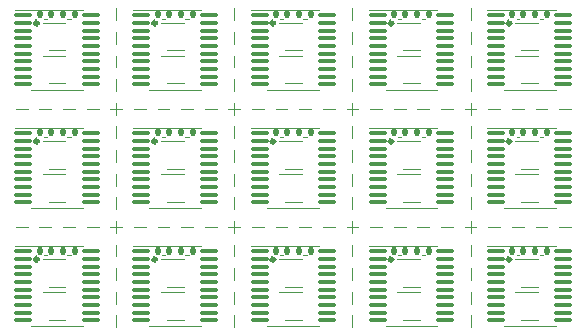
<source format=gbr>
%TF.GenerationSoftware,KiCad,Pcbnew,7.0.1*%
%TF.CreationDate,2023-03-20T14:55:13+01:00*%
%TF.ProjectId,hc245t-bypass-esd-panel,68633234-3574-42d6-9279-706173732d65,${revision}*%
%TF.SameCoordinates,Original*%
%TF.FileFunction,Legend,Top*%
%TF.FilePolarity,Positive*%
%FSLAX46Y46*%
G04 Gerber Fmt 4.6, Leading zero omitted, Abs format (unit mm)*
G04 Created by KiCad (PCBNEW 7.0.1) date 2023-03-20 14:55:13*
%MOMM*%
%LPD*%
G01*
G04 APERTURE LIST*
G04 Aperture macros list*
%AMRoundRect*
0 Rectangle with rounded corners*
0 $1 Rounding radius*
0 $2 $3 $4 $5 $6 $7 $8 $9 X,Y pos of 4 corners*
0 Add a 4 corners polygon primitive as box body*
4,1,4,$2,$3,$4,$5,$6,$7,$8,$9,$2,$3,0*
0 Add four circle primitives for the rounded corners*
1,1,$1+$1,$2,$3*
1,1,$1+$1,$4,$5*
1,1,$1+$1,$6,$7*
1,1,$1+$1,$8,$9*
0 Add four rect primitives between the rounded corners*
20,1,$1+$1,$2,$3,$4,$5,0*
20,1,$1+$1,$4,$5,$6,$7,0*
20,1,$1+$1,$6,$7,$8,$9,0*
20,1,$1+$1,$8,$9,$2,$3,0*%
G04 Aperture macros list end*
%ADD10C,0.120000*%
%ADD11C,0.325000*%
%ADD12RoundRect,0.140000X0.140000X0.170000X-0.140000X0.170000X-0.140000X-0.170000X0.140000X-0.170000X0*%
%ADD13RoundRect,0.135000X0.135000X0.185000X-0.135000X0.185000X-0.135000X-0.185000X0.135000X-0.185000X0*%
%ADD14R,0.650000X0.400000*%
%ADD15RoundRect,0.100000X-0.637500X-0.100000X0.637500X-0.100000X0.637500X0.100000X-0.637500X0.100000X0*%
G04 APERTURE END LIST*
D10*
X120000000Y-97500000D02*
X120000000Y-98500000D01*
X121500000Y-90000000D02*
X122500000Y-90000000D01*
X91500000Y-100000000D02*
X92500000Y-100000000D01*
X110000000Y-107500000D02*
X110000000Y-108500000D01*
X127500000Y-90000000D02*
X128499999Y-90000000D01*
X91500000Y-90000000D02*
X92500000Y-90000000D01*
X97500000Y-100000000D02*
X98499999Y-100000000D01*
X100000000Y-97500000D02*
X100000000Y-98500000D01*
X115500000Y-90000000D02*
X116500000Y-90000000D01*
X137500000Y-90000000D02*
X138499999Y-90000000D01*
X130000000Y-91500000D02*
X130000000Y-92500000D01*
X100000000Y-95500000D02*
X100000000Y-96500000D01*
X103500001Y-100000000D02*
X104500000Y-100000000D01*
X130000000Y-81500000D02*
X130000000Y-82500000D01*
X110000000Y-81500000D02*
X110000000Y-82500000D01*
D11*
X123412500Y-82750000D02*
G75*
G03*
X123412500Y-82750000I-162500J0D01*
G01*
D10*
X110000000Y-87500000D02*
X110000000Y-88500000D01*
X130000000Y-93500000D02*
X130000000Y-94500000D01*
X120000000Y-83500000D02*
X120000000Y-84500000D01*
X120000000Y-105500000D02*
X120000000Y-106500000D01*
X137500000Y-100000000D02*
X138499999Y-100000000D01*
X133500001Y-100000000D02*
X134500000Y-100000000D01*
X100000000Y-90500000D02*
X100000000Y-89500000D01*
X120000000Y-81500000D02*
X120000000Y-82500000D01*
X107500000Y-100000000D02*
X108499999Y-100000000D01*
X130000000Y-90500000D02*
X130000000Y-89500000D01*
X123500001Y-100000000D02*
X124500000Y-100000000D01*
X117500000Y-100000000D02*
X118499999Y-100000000D01*
X95500000Y-90000000D02*
X96500000Y-90000000D01*
X111500000Y-100000000D02*
X112500000Y-100000000D01*
X100000000Y-93500000D02*
X100000000Y-94500000D01*
X109500000Y-90000000D02*
X110500000Y-90000000D01*
D11*
X93412500Y-92750000D02*
G75*
G03*
X93412500Y-92750000I-162500J0D01*
G01*
X123412500Y-92750000D02*
G75*
G03*
X123412500Y-92750000I-162500J0D01*
G01*
D10*
X129500000Y-90000000D02*
X130500000Y-90000000D01*
D11*
X103412500Y-102750000D02*
G75*
G03*
X103412500Y-102750000I-162500J0D01*
G01*
D10*
X110000000Y-105500000D02*
X110000000Y-106500000D01*
X110000000Y-90500000D02*
X110000000Y-89500000D01*
X100000000Y-107500000D02*
X100000000Y-108500000D01*
X110000000Y-100500000D02*
X110000000Y-99500000D01*
X109500000Y-100000000D02*
X110500000Y-100000000D01*
X113500001Y-100000000D02*
X114500000Y-100000000D01*
X120000000Y-91500000D02*
X120000000Y-92500000D01*
D11*
X103412500Y-92750000D02*
G75*
G03*
X103412500Y-92750000I-162500J0D01*
G01*
D10*
X93500001Y-90000000D02*
X94500000Y-90000000D01*
X100000000Y-85500000D02*
X100000000Y-86500000D01*
X131500000Y-100000000D02*
X132500000Y-100000000D01*
X107500000Y-90000000D02*
X108499999Y-90000000D01*
X120000000Y-107500000D02*
X120000000Y-108500000D01*
X117500000Y-90000000D02*
X118499999Y-90000000D01*
X120000000Y-87500000D02*
X120000000Y-88500000D01*
X110000000Y-95500000D02*
X110000000Y-96500000D01*
X100000000Y-100500000D02*
X100000000Y-99500000D01*
D11*
X133412500Y-92750000D02*
G75*
G03*
X133412500Y-92750000I-162500J0D01*
G01*
X133412500Y-82750000D02*
G75*
G03*
X133412500Y-82750000I-162500J0D01*
G01*
D10*
X119500000Y-90000000D02*
X120500000Y-90000000D01*
X97500000Y-90000000D02*
X98499999Y-90000000D01*
X127500000Y-100000000D02*
X128499999Y-100000000D01*
D11*
X113412500Y-102750000D02*
G75*
G03*
X113412500Y-102750000I-162500J0D01*
G01*
D10*
X95500000Y-100000000D02*
X96500000Y-100000000D01*
X120000000Y-101500000D02*
X120000000Y-102500000D01*
X101500000Y-90000000D02*
X102500000Y-90000000D01*
X110000000Y-103500000D02*
X110000000Y-104500000D01*
X100000000Y-81500000D02*
X100000000Y-82500000D01*
D11*
X93412500Y-102750000D02*
G75*
G03*
X93412500Y-102750000I-162500J0D01*
G01*
D10*
X120000000Y-93500000D02*
X120000000Y-94500000D01*
X113500001Y-90000000D02*
X114500000Y-90000000D01*
D11*
X113412500Y-82750000D02*
G75*
G03*
X113412500Y-82750000I-162500J0D01*
G01*
D10*
X120000000Y-103500000D02*
X120000000Y-104500000D01*
X103500001Y-90000000D02*
X104500000Y-90000000D01*
X100000000Y-101500000D02*
X100000000Y-102500000D01*
X111500000Y-90000000D02*
X112500000Y-90000000D01*
X131500000Y-90000000D02*
X132500000Y-90000000D01*
X130000000Y-87500000D02*
X130000000Y-88500000D01*
X129500000Y-100000000D02*
X130500000Y-100000000D01*
X125500000Y-100000000D02*
X126500000Y-100000000D01*
X135500000Y-90000000D02*
X136500000Y-90000000D01*
X135500000Y-100000000D02*
X136500000Y-100000000D01*
X105500000Y-100000000D02*
X106500000Y-100000000D01*
X123500001Y-90000000D02*
X124500000Y-90000000D01*
X120000000Y-90500000D02*
X120000000Y-89500000D01*
X130000000Y-83500000D02*
X130000000Y-84500000D01*
X99500000Y-90000000D02*
X100500000Y-90000000D01*
X125500000Y-90000000D02*
X126500000Y-90000000D01*
X100000000Y-103500000D02*
X100000000Y-104500000D01*
D11*
X103412500Y-82750000D02*
G75*
G03*
X103412500Y-82750000I-162500J0D01*
G01*
D10*
X100000000Y-91500000D02*
X100000000Y-92500000D01*
X110000000Y-101500000D02*
X110000000Y-102500000D01*
X130000000Y-85500000D02*
X130000000Y-86500000D01*
X130000000Y-101500000D02*
X130000000Y-102500000D01*
X133500001Y-90000000D02*
X134500000Y-90000000D01*
X130000000Y-105500000D02*
X130000000Y-106500000D01*
X120000000Y-100500000D02*
X120000000Y-99500000D01*
X130000000Y-107500000D02*
X130000000Y-108500000D01*
D11*
X113412500Y-92750000D02*
G75*
G03*
X113412500Y-92750000I-162500J0D01*
G01*
X93412500Y-82750000D02*
G75*
G03*
X93412500Y-82750000I-162500J0D01*
G01*
D10*
X100000000Y-87500000D02*
X100000000Y-88500000D01*
X93500001Y-100000000D02*
X94500000Y-100000000D01*
X115500000Y-100000000D02*
X116500000Y-100000000D01*
X101500000Y-100000000D02*
X102500000Y-100000000D01*
X130000000Y-97500000D02*
X130000000Y-98500000D01*
X110000000Y-97500000D02*
X110000000Y-98500000D01*
X130000000Y-95500000D02*
X130000000Y-96500000D01*
X100000000Y-105500000D02*
X100000000Y-106500000D01*
X130000000Y-100500000D02*
X130000000Y-99500000D01*
X120000000Y-85500000D02*
X120000000Y-86500000D01*
X119500000Y-100000000D02*
X120500000Y-100000000D01*
X120000000Y-95500000D02*
X120000000Y-96500000D01*
D11*
X133412500Y-102750000D02*
G75*
G03*
X133412500Y-102750000I-162500J0D01*
G01*
D10*
X121500000Y-100000000D02*
X122500000Y-100000000D01*
X110000000Y-91500000D02*
X110000000Y-92500000D01*
X130000000Y-103500000D02*
X130000000Y-104500000D01*
X110000000Y-93500000D02*
X110000000Y-94500000D01*
X100000000Y-83500000D02*
X100000000Y-84500000D01*
X105500000Y-90000000D02*
X106500000Y-90000000D01*
X99500000Y-100000000D02*
X100500000Y-100000000D01*
X110000000Y-85500000D02*
X110000000Y-86500000D01*
X110000000Y-83500000D02*
X110000000Y-84500000D01*
D11*
X123412500Y-102750000D02*
G75*
G03*
X123412500Y-102750000I-162500J0D01*
G01*
D10*
%TO.C,C1*%
X124107836Y-92360000D02*
X123892164Y-92360000D01*
X124107836Y-91640000D02*
X123892164Y-91640000D01*
%TO.C,R1*%
X136153641Y-92380000D02*
X135846359Y-92380000D01*
X136153641Y-91620000D02*
X135846359Y-91620000D01*
%TO.C,C1*%
X114107836Y-92360000D02*
X113892164Y-92360000D01*
X114107836Y-91640000D02*
X113892164Y-91640000D01*
X134107836Y-82360000D02*
X133892164Y-82360000D01*
X134107836Y-81640000D02*
X133892164Y-81640000D01*
%TO.C,U3*%
X95700000Y-105540000D02*
X93800000Y-105540000D01*
X94300000Y-107860000D02*
X95700000Y-107860000D01*
%TO.C,R1*%
X96153641Y-101620000D02*
X95846359Y-101620000D01*
X96153641Y-102380000D02*
X95846359Y-102380000D01*
X116153641Y-81620000D02*
X115846359Y-81620000D01*
X116153641Y-82380000D02*
X115846359Y-82380000D01*
%TO.C,U1*%
X105000000Y-88385000D02*
X102800000Y-88385000D01*
X105000000Y-88385000D02*
X107200000Y-88385000D01*
X105000000Y-81615000D02*
X107200000Y-81615000D01*
X105000000Y-81615000D02*
X101400000Y-81615000D01*
%TO.C,R1*%
X136153641Y-101620000D02*
X135846359Y-101620000D01*
X136153641Y-102380000D02*
X135846359Y-102380000D01*
%TO.C,U1*%
X105000000Y-101615000D02*
X107200000Y-101615000D01*
X105000000Y-108385000D02*
X107200000Y-108385000D01*
X105000000Y-101615000D02*
X101400000Y-101615000D01*
X105000000Y-108385000D02*
X102800000Y-108385000D01*
X125000000Y-81615000D02*
X121400000Y-81615000D01*
X125000000Y-81615000D02*
X127200000Y-81615000D01*
X125000000Y-88385000D02*
X127200000Y-88385000D01*
X125000000Y-88385000D02*
X122800000Y-88385000D01*
%TO.C,U3*%
X94300000Y-87860000D02*
X95700000Y-87860000D01*
X95700000Y-85540000D02*
X93800000Y-85540000D01*
%TO.C,C1*%
X104107836Y-91640000D02*
X103892164Y-91640000D01*
X104107836Y-92360000D02*
X103892164Y-92360000D01*
X124107836Y-82360000D02*
X123892164Y-82360000D01*
X124107836Y-81640000D02*
X123892164Y-81640000D01*
%TO.C,U3*%
X105700000Y-105540000D02*
X103800000Y-105540000D01*
X104300000Y-107860000D02*
X105700000Y-107860000D01*
%TO.C,R1*%
X96153641Y-81620000D02*
X95846359Y-81620000D01*
X96153641Y-82380000D02*
X95846359Y-82380000D01*
%TO.C,U1*%
X95000000Y-81615000D02*
X97200000Y-81615000D01*
X95000000Y-88385000D02*
X97200000Y-88385000D01*
X95000000Y-88385000D02*
X92800000Y-88385000D01*
X95000000Y-81615000D02*
X91400000Y-81615000D01*
%TO.C,U2*%
X125700000Y-82740000D02*
X123800000Y-82740000D01*
X124300000Y-85060000D02*
X125700000Y-85060000D01*
%TO.C,C1*%
X114107836Y-81640000D02*
X113892164Y-81640000D01*
X114107836Y-82360000D02*
X113892164Y-82360000D01*
%TO.C,U2*%
X115700000Y-92740000D02*
X113800000Y-92740000D01*
X114300000Y-95060000D02*
X115700000Y-95060000D01*
%TO.C,U3*%
X105700000Y-95540000D02*
X103800000Y-95540000D01*
X104300000Y-97860000D02*
X105700000Y-97860000D01*
X124300000Y-107860000D02*
X125700000Y-107860000D01*
X125700000Y-105540000D02*
X123800000Y-105540000D01*
%TO.C,C1*%
X124107836Y-101640000D02*
X123892164Y-101640000D01*
X124107836Y-102360000D02*
X123892164Y-102360000D01*
%TO.C,R1*%
X136153641Y-81620000D02*
X135846359Y-81620000D01*
X136153641Y-82380000D02*
X135846359Y-82380000D01*
%TO.C,U3*%
X134300000Y-97860000D02*
X135700000Y-97860000D01*
X135700000Y-95540000D02*
X133800000Y-95540000D01*
%TO.C,C1*%
X94107836Y-92360000D02*
X93892164Y-92360000D01*
X94107836Y-91640000D02*
X93892164Y-91640000D01*
%TO.C,U1*%
X115000000Y-81615000D02*
X117200000Y-81615000D01*
X115000000Y-81615000D02*
X111400000Y-81615000D01*
X115000000Y-88385000D02*
X112800000Y-88385000D01*
X115000000Y-88385000D02*
X117200000Y-88385000D01*
%TO.C,C1*%
X104107836Y-82360000D02*
X103892164Y-82360000D01*
X104107836Y-81640000D02*
X103892164Y-81640000D01*
%TO.C,U3*%
X125700000Y-85540000D02*
X123800000Y-85540000D01*
X124300000Y-87860000D02*
X125700000Y-87860000D01*
%TO.C,U1*%
X95000000Y-91615000D02*
X97200000Y-91615000D01*
X95000000Y-98385000D02*
X97200000Y-98385000D01*
X95000000Y-98385000D02*
X92800000Y-98385000D01*
X95000000Y-91615000D02*
X91400000Y-91615000D01*
%TO.C,U3*%
X95700000Y-95540000D02*
X93800000Y-95540000D01*
X94300000Y-97860000D02*
X95700000Y-97860000D01*
%TO.C,U2*%
X134300000Y-95060000D02*
X135700000Y-95060000D01*
X135700000Y-92740000D02*
X133800000Y-92740000D01*
%TO.C,U1*%
X115000000Y-108385000D02*
X117200000Y-108385000D01*
X115000000Y-101615000D02*
X111400000Y-101615000D01*
X115000000Y-108385000D02*
X112800000Y-108385000D01*
X115000000Y-101615000D02*
X117200000Y-101615000D01*
%TO.C,R1*%
X106153641Y-92380000D02*
X105846359Y-92380000D01*
X106153641Y-91620000D02*
X105846359Y-91620000D01*
X96153641Y-91620000D02*
X95846359Y-91620000D01*
X96153641Y-92380000D02*
X95846359Y-92380000D01*
%TO.C,U2*%
X94300000Y-105060000D02*
X95700000Y-105060000D01*
X95700000Y-102740000D02*
X93800000Y-102740000D01*
X114300000Y-85060000D02*
X115700000Y-85060000D01*
X115700000Y-82740000D02*
X113800000Y-82740000D01*
%TO.C,C1*%
X94107836Y-101640000D02*
X93892164Y-101640000D01*
X94107836Y-102360000D02*
X93892164Y-102360000D01*
%TO.C,U3*%
X104300000Y-87860000D02*
X105700000Y-87860000D01*
X105700000Y-85540000D02*
X103800000Y-85540000D01*
%TO.C,R1*%
X106153641Y-81620000D02*
X105846359Y-81620000D01*
X106153641Y-82380000D02*
X105846359Y-82380000D01*
%TO.C,C1*%
X134107836Y-91640000D02*
X133892164Y-91640000D01*
X134107836Y-92360000D02*
X133892164Y-92360000D01*
%TO.C,U3*%
X135700000Y-85540000D02*
X133800000Y-85540000D01*
X134300000Y-87860000D02*
X135700000Y-87860000D01*
%TO.C,R1*%
X126153641Y-101620000D02*
X125846359Y-101620000D01*
X126153641Y-102380000D02*
X125846359Y-102380000D01*
%TO.C,U3*%
X125700000Y-95540000D02*
X123800000Y-95540000D01*
X124300000Y-97860000D02*
X125700000Y-97860000D01*
%TO.C,R1*%
X106153641Y-102380000D02*
X105846359Y-102380000D01*
X106153641Y-101620000D02*
X105846359Y-101620000D01*
X126153641Y-91620000D02*
X125846359Y-91620000D01*
X126153641Y-92380000D02*
X125846359Y-92380000D01*
%TO.C,C1*%
X104107836Y-101640000D02*
X103892164Y-101640000D01*
X104107836Y-102360000D02*
X103892164Y-102360000D01*
X134107836Y-101640000D02*
X133892164Y-101640000D01*
X134107836Y-102360000D02*
X133892164Y-102360000D01*
%TO.C,U2*%
X104300000Y-85060000D02*
X105700000Y-85060000D01*
X105700000Y-82740000D02*
X103800000Y-82740000D01*
%TO.C,U1*%
X135000000Y-98385000D02*
X137200000Y-98385000D01*
X135000000Y-91615000D02*
X131400000Y-91615000D01*
X135000000Y-98385000D02*
X132800000Y-98385000D01*
X135000000Y-91615000D02*
X137200000Y-91615000D01*
%TO.C,R1*%
X116153641Y-91620000D02*
X115846359Y-91620000D01*
X116153641Y-92380000D02*
X115846359Y-92380000D01*
%TO.C,U2*%
X95700000Y-92740000D02*
X93800000Y-92740000D01*
X94300000Y-95060000D02*
X95700000Y-95060000D01*
X125700000Y-92740000D02*
X123800000Y-92740000D01*
X124300000Y-95060000D02*
X125700000Y-95060000D01*
X115700000Y-102740000D02*
X113800000Y-102740000D01*
X114300000Y-105060000D02*
X115700000Y-105060000D01*
X95700000Y-82740000D02*
X93800000Y-82740000D01*
X94300000Y-85060000D02*
X95700000Y-85060000D01*
%TO.C,U1*%
X135000000Y-101615000D02*
X137200000Y-101615000D01*
X135000000Y-108385000D02*
X137200000Y-108385000D01*
X135000000Y-108385000D02*
X132800000Y-108385000D01*
X135000000Y-101615000D02*
X131400000Y-101615000D01*
X125000000Y-108385000D02*
X127200000Y-108385000D01*
X125000000Y-101615000D02*
X127200000Y-101615000D01*
X125000000Y-101615000D02*
X121400000Y-101615000D01*
X125000000Y-108385000D02*
X122800000Y-108385000D01*
X125000000Y-91615000D02*
X121400000Y-91615000D01*
X125000000Y-98385000D02*
X122800000Y-98385000D01*
X125000000Y-91615000D02*
X127200000Y-91615000D01*
X125000000Y-98385000D02*
X127200000Y-98385000D01*
%TO.C,U3*%
X114300000Y-87860000D02*
X115700000Y-87860000D01*
X115700000Y-85540000D02*
X113800000Y-85540000D01*
X115700000Y-95540000D02*
X113800000Y-95540000D01*
X114300000Y-97860000D02*
X115700000Y-97860000D01*
X114300000Y-107860000D02*
X115700000Y-107860000D01*
X115700000Y-105540000D02*
X113800000Y-105540000D01*
%TO.C,U1*%
X95000000Y-108385000D02*
X97200000Y-108385000D01*
X95000000Y-101615000D02*
X97200000Y-101615000D01*
X95000000Y-101615000D02*
X91400000Y-101615000D01*
X95000000Y-108385000D02*
X92800000Y-108385000D01*
%TO.C,U2*%
X125700000Y-102740000D02*
X123800000Y-102740000D01*
X124300000Y-105060000D02*
X125700000Y-105060000D01*
X135700000Y-82740000D02*
X133800000Y-82740000D01*
X134300000Y-85060000D02*
X135700000Y-85060000D01*
X104300000Y-105060000D02*
X105700000Y-105060000D01*
X105700000Y-102740000D02*
X103800000Y-102740000D01*
%TO.C,U1*%
X105000000Y-98385000D02*
X107200000Y-98385000D01*
X105000000Y-98385000D02*
X102800000Y-98385000D01*
X105000000Y-91615000D02*
X101400000Y-91615000D01*
X105000000Y-91615000D02*
X107200000Y-91615000D01*
%TO.C,U2*%
X105700000Y-92740000D02*
X103800000Y-92740000D01*
X104300000Y-95060000D02*
X105700000Y-95060000D01*
%TO.C,R1*%
X126153641Y-81620000D02*
X125846359Y-81620000D01*
X126153641Y-82380000D02*
X125846359Y-82380000D01*
%TO.C,C1*%
X114107836Y-101640000D02*
X113892164Y-101640000D01*
X114107836Y-102360000D02*
X113892164Y-102360000D01*
%TO.C,R1*%
X116153641Y-102380000D02*
X115846359Y-102380000D01*
X116153641Y-101620000D02*
X115846359Y-101620000D01*
%TO.C,U1*%
X115000000Y-98385000D02*
X112800000Y-98385000D01*
X115000000Y-91615000D02*
X111400000Y-91615000D01*
X115000000Y-98385000D02*
X117200000Y-98385000D01*
X115000000Y-91615000D02*
X117200000Y-91615000D01*
%TO.C,U2*%
X134300000Y-105060000D02*
X135700000Y-105060000D01*
X135700000Y-102740000D02*
X133800000Y-102740000D01*
%TO.C,U3*%
X134300000Y-107860000D02*
X135700000Y-107860000D01*
X135700000Y-105540000D02*
X133800000Y-105540000D01*
%TO.C,U1*%
X135000000Y-81615000D02*
X131400000Y-81615000D01*
X135000000Y-88385000D02*
X132800000Y-88385000D01*
X135000000Y-81615000D02*
X137200000Y-81615000D01*
X135000000Y-88385000D02*
X137200000Y-88385000D01*
%TO.C,C1*%
X94107836Y-82360000D02*
X93892164Y-82360000D01*
X94107836Y-81640000D02*
X93892164Y-81640000D01*
%TD*%
%LPC*%
D12*
%TO.C,C1*%
X124480000Y-92000000D03*
X123520000Y-92000000D03*
%TD*%
D13*
%TO.C,R1*%
X136510000Y-92000000D03*
X135490000Y-92000000D03*
%TD*%
D12*
%TO.C,C1*%
X114480000Y-92000000D03*
X113520000Y-92000000D03*
%TD*%
%TO.C,C1*%
X134480000Y-82000000D03*
X133520000Y-82000000D03*
%TD*%
D14*
%TO.C,U3*%
X94050000Y-106050000D03*
X94050000Y-106700000D03*
X94050000Y-107350000D03*
X95950000Y-107350000D03*
X95950000Y-106700000D03*
X95950000Y-106050000D03*
%TD*%
D13*
%TO.C,R1*%
X96510000Y-102000000D03*
X95490000Y-102000000D03*
%TD*%
%TO.C,R1*%
X116510000Y-82000000D03*
X115490000Y-82000000D03*
%TD*%
D15*
%TO.C,U1*%
X102137500Y-82075000D03*
X102137500Y-82725000D03*
X102137500Y-83375000D03*
X102137500Y-84025000D03*
X102137500Y-84675000D03*
X102137500Y-85325000D03*
X102137500Y-85975000D03*
X102137500Y-86625000D03*
X102137500Y-87275000D03*
X102137500Y-87925000D03*
X107862500Y-87925000D03*
X107862500Y-87275000D03*
X107862500Y-86625000D03*
X107862500Y-85975000D03*
X107862500Y-85325000D03*
X107862500Y-84675000D03*
X107862500Y-84025000D03*
X107862500Y-83375000D03*
X107862500Y-82725000D03*
X107862500Y-82075000D03*
%TD*%
D13*
%TO.C,R1*%
X136510000Y-102000000D03*
X135490000Y-102000000D03*
%TD*%
D15*
%TO.C,U1*%
X102137500Y-102075000D03*
X102137500Y-102725000D03*
X102137500Y-103375000D03*
X102137500Y-104025000D03*
X102137500Y-104675000D03*
X102137500Y-105325000D03*
X102137500Y-105975000D03*
X102137500Y-106625000D03*
X102137500Y-107275000D03*
X102137500Y-107925000D03*
X107862500Y-107925000D03*
X107862500Y-107275000D03*
X107862500Y-106625000D03*
X107862500Y-105975000D03*
X107862500Y-105325000D03*
X107862500Y-104675000D03*
X107862500Y-104025000D03*
X107862500Y-103375000D03*
X107862500Y-102725000D03*
X107862500Y-102075000D03*
%TD*%
%TO.C,U1*%
X122137500Y-82075000D03*
X122137500Y-82725000D03*
X122137500Y-83375000D03*
X122137500Y-84025000D03*
X122137500Y-84675000D03*
X122137500Y-85325000D03*
X122137500Y-85975000D03*
X122137500Y-86625000D03*
X122137500Y-87275000D03*
X122137500Y-87925000D03*
X127862500Y-87925000D03*
X127862500Y-87275000D03*
X127862500Y-86625000D03*
X127862500Y-85975000D03*
X127862500Y-85325000D03*
X127862500Y-84675000D03*
X127862500Y-84025000D03*
X127862500Y-83375000D03*
X127862500Y-82725000D03*
X127862500Y-82075000D03*
%TD*%
D14*
%TO.C,U3*%
X94050000Y-86050000D03*
X94050000Y-86700000D03*
X94050000Y-87350000D03*
X95950000Y-87350000D03*
X95950000Y-86700000D03*
X95950000Y-86050000D03*
%TD*%
D12*
%TO.C,C1*%
X104480000Y-92000000D03*
X103520000Y-92000000D03*
%TD*%
%TO.C,C1*%
X124480000Y-82000000D03*
X123520000Y-82000000D03*
%TD*%
D14*
%TO.C,U3*%
X104050000Y-106050000D03*
X104050000Y-106700000D03*
X104050000Y-107350000D03*
X105950000Y-107350000D03*
X105950000Y-106700000D03*
X105950000Y-106050000D03*
%TD*%
D13*
%TO.C,R1*%
X96510000Y-82000000D03*
X95490000Y-82000000D03*
%TD*%
D15*
%TO.C,U1*%
X92137500Y-82075000D03*
X92137500Y-82725000D03*
X92137500Y-83375000D03*
X92137500Y-84025000D03*
X92137500Y-84675000D03*
X92137500Y-85325000D03*
X92137500Y-85975000D03*
X92137500Y-86625000D03*
X92137500Y-87275000D03*
X92137500Y-87925000D03*
X97862500Y-87925000D03*
X97862500Y-87275000D03*
X97862500Y-86625000D03*
X97862500Y-85975000D03*
X97862500Y-85325000D03*
X97862500Y-84675000D03*
X97862500Y-84025000D03*
X97862500Y-83375000D03*
X97862500Y-82725000D03*
X97862500Y-82075000D03*
%TD*%
D14*
%TO.C,U2*%
X124050000Y-83250000D03*
X124050000Y-83900000D03*
X124050000Y-84550000D03*
X125950000Y-84550000D03*
X125950000Y-83900000D03*
X125950000Y-83250000D03*
%TD*%
D12*
%TO.C,C1*%
X114480000Y-82000000D03*
X113520000Y-82000000D03*
%TD*%
D14*
%TO.C,U2*%
X114050000Y-93250000D03*
X114050000Y-93900000D03*
X114050000Y-94550000D03*
X115950000Y-94550000D03*
X115950000Y-93900000D03*
X115950000Y-93250000D03*
%TD*%
%TO.C,U3*%
X104050000Y-96050000D03*
X104050000Y-96700000D03*
X104050000Y-97350000D03*
X105950000Y-97350000D03*
X105950000Y-96700000D03*
X105950000Y-96050000D03*
%TD*%
%TO.C,U3*%
X124050000Y-106050000D03*
X124050000Y-106700000D03*
X124050000Y-107350000D03*
X125950000Y-107350000D03*
X125950000Y-106700000D03*
X125950000Y-106050000D03*
%TD*%
D12*
%TO.C,C1*%
X124480000Y-102000000D03*
X123520000Y-102000000D03*
%TD*%
D13*
%TO.C,R1*%
X136510000Y-82000000D03*
X135490000Y-82000000D03*
%TD*%
D14*
%TO.C,U3*%
X134050000Y-96050000D03*
X134050000Y-96700000D03*
X134050000Y-97350000D03*
X135950000Y-97350000D03*
X135950000Y-96700000D03*
X135950000Y-96050000D03*
%TD*%
D12*
%TO.C,C1*%
X94480000Y-92000000D03*
X93520000Y-92000000D03*
%TD*%
D15*
%TO.C,U1*%
X112137500Y-82075000D03*
X112137500Y-82725000D03*
X112137500Y-83375000D03*
X112137500Y-84025000D03*
X112137500Y-84675000D03*
X112137500Y-85325000D03*
X112137500Y-85975000D03*
X112137500Y-86625000D03*
X112137500Y-87275000D03*
X112137500Y-87925000D03*
X117862500Y-87925000D03*
X117862500Y-87275000D03*
X117862500Y-86625000D03*
X117862500Y-85975000D03*
X117862500Y-85325000D03*
X117862500Y-84675000D03*
X117862500Y-84025000D03*
X117862500Y-83375000D03*
X117862500Y-82725000D03*
X117862500Y-82075000D03*
%TD*%
D12*
%TO.C,C1*%
X104480000Y-82000000D03*
X103520000Y-82000000D03*
%TD*%
D14*
%TO.C,U3*%
X124050000Y-86050000D03*
X124050000Y-86700000D03*
X124050000Y-87350000D03*
X125950000Y-87350000D03*
X125950000Y-86700000D03*
X125950000Y-86050000D03*
%TD*%
D15*
%TO.C,U1*%
X92137500Y-92075000D03*
X92137500Y-92725000D03*
X92137500Y-93375000D03*
X92137500Y-94025000D03*
X92137500Y-94675000D03*
X92137500Y-95325000D03*
X92137500Y-95975000D03*
X92137500Y-96625000D03*
X92137500Y-97275000D03*
X92137500Y-97925000D03*
X97862500Y-97925000D03*
X97862500Y-97275000D03*
X97862500Y-96625000D03*
X97862500Y-95975000D03*
X97862500Y-95325000D03*
X97862500Y-94675000D03*
X97862500Y-94025000D03*
X97862500Y-93375000D03*
X97862500Y-92725000D03*
X97862500Y-92075000D03*
%TD*%
D14*
%TO.C,U3*%
X94050000Y-96050000D03*
X94050000Y-96700000D03*
X94050000Y-97350000D03*
X95950000Y-97350000D03*
X95950000Y-96700000D03*
X95950000Y-96050000D03*
%TD*%
%TO.C,U2*%
X134050000Y-93250000D03*
X134050000Y-93900000D03*
X134050000Y-94550000D03*
X135950000Y-94550000D03*
X135950000Y-93900000D03*
X135950000Y-93250000D03*
%TD*%
D15*
%TO.C,U1*%
X112137500Y-102075000D03*
X112137500Y-102725000D03*
X112137500Y-103375000D03*
X112137500Y-104025000D03*
X112137500Y-104675000D03*
X112137500Y-105325000D03*
X112137500Y-105975000D03*
X112137500Y-106625000D03*
X112137500Y-107275000D03*
X112137500Y-107925000D03*
X117862500Y-107925000D03*
X117862500Y-107275000D03*
X117862500Y-106625000D03*
X117862500Y-105975000D03*
X117862500Y-105325000D03*
X117862500Y-104675000D03*
X117862500Y-104025000D03*
X117862500Y-103375000D03*
X117862500Y-102725000D03*
X117862500Y-102075000D03*
%TD*%
D13*
%TO.C,R1*%
X106510000Y-92000000D03*
X105490000Y-92000000D03*
%TD*%
%TO.C,R1*%
X96510000Y-92000000D03*
X95490000Y-92000000D03*
%TD*%
D14*
%TO.C,U2*%
X94050000Y-103250000D03*
X94050000Y-103900000D03*
X94050000Y-104550000D03*
X95950000Y-104550000D03*
X95950000Y-103900000D03*
X95950000Y-103250000D03*
%TD*%
%TO.C,U2*%
X114050000Y-83250000D03*
X114050000Y-83900000D03*
X114050000Y-84550000D03*
X115950000Y-84550000D03*
X115950000Y-83900000D03*
X115950000Y-83250000D03*
%TD*%
D12*
%TO.C,C1*%
X94480000Y-102000000D03*
X93520000Y-102000000D03*
%TD*%
D14*
%TO.C,U3*%
X104050000Y-86050000D03*
X104050000Y-86700000D03*
X104050000Y-87350000D03*
X105950000Y-87350000D03*
X105950000Y-86700000D03*
X105950000Y-86050000D03*
%TD*%
D13*
%TO.C,R1*%
X106510000Y-82000000D03*
X105490000Y-82000000D03*
%TD*%
D12*
%TO.C,C1*%
X134480000Y-92000000D03*
X133520000Y-92000000D03*
%TD*%
D14*
%TO.C,U3*%
X134050000Y-86050000D03*
X134050000Y-86700000D03*
X134050000Y-87350000D03*
X135950000Y-87350000D03*
X135950000Y-86700000D03*
X135950000Y-86050000D03*
%TD*%
D13*
%TO.C,R1*%
X126510000Y-102000000D03*
X125490000Y-102000000D03*
%TD*%
D14*
%TO.C,U3*%
X124050000Y-96050000D03*
X124050000Y-96700000D03*
X124050000Y-97350000D03*
X125950000Y-97350000D03*
X125950000Y-96700000D03*
X125950000Y-96050000D03*
%TD*%
D13*
%TO.C,R1*%
X106510000Y-102000000D03*
X105490000Y-102000000D03*
%TD*%
%TO.C,R1*%
X126510000Y-92000000D03*
X125490000Y-92000000D03*
%TD*%
D12*
%TO.C,C1*%
X104480000Y-102000000D03*
X103520000Y-102000000D03*
%TD*%
%TO.C,C1*%
X134480000Y-102000000D03*
X133520000Y-102000000D03*
%TD*%
D14*
%TO.C,U2*%
X104050000Y-83250000D03*
X104050000Y-83900000D03*
X104050000Y-84550000D03*
X105950000Y-84550000D03*
X105950000Y-83900000D03*
X105950000Y-83250000D03*
%TD*%
D15*
%TO.C,U1*%
X132137500Y-92075000D03*
X132137500Y-92725000D03*
X132137500Y-93375000D03*
X132137500Y-94025000D03*
X132137500Y-94675000D03*
X132137500Y-95325000D03*
X132137500Y-95975000D03*
X132137500Y-96625000D03*
X132137500Y-97275000D03*
X132137500Y-97925000D03*
X137862500Y-97925000D03*
X137862500Y-97275000D03*
X137862500Y-96625000D03*
X137862500Y-95975000D03*
X137862500Y-95325000D03*
X137862500Y-94675000D03*
X137862500Y-94025000D03*
X137862500Y-93375000D03*
X137862500Y-92725000D03*
X137862500Y-92075000D03*
%TD*%
D13*
%TO.C,R1*%
X116510000Y-92000000D03*
X115490000Y-92000000D03*
%TD*%
D14*
%TO.C,U2*%
X94050000Y-93250000D03*
X94050000Y-93900000D03*
X94050000Y-94550000D03*
X95950000Y-94550000D03*
X95950000Y-93900000D03*
X95950000Y-93250000D03*
%TD*%
%TO.C,U2*%
X124050000Y-93250000D03*
X124050000Y-93900000D03*
X124050000Y-94550000D03*
X125950000Y-94550000D03*
X125950000Y-93900000D03*
X125950000Y-93250000D03*
%TD*%
%TO.C,U2*%
X114050000Y-103250000D03*
X114050000Y-103900000D03*
X114050000Y-104550000D03*
X115950000Y-104550000D03*
X115950000Y-103900000D03*
X115950000Y-103250000D03*
%TD*%
%TO.C,U2*%
X94050000Y-83250000D03*
X94050000Y-83900000D03*
X94050000Y-84550000D03*
X95950000Y-84550000D03*
X95950000Y-83900000D03*
X95950000Y-83250000D03*
%TD*%
D15*
%TO.C,U1*%
X132137500Y-102075000D03*
X132137500Y-102725000D03*
X132137500Y-103375000D03*
X132137500Y-104025000D03*
X132137500Y-104675000D03*
X132137500Y-105325000D03*
X132137500Y-105975000D03*
X132137500Y-106625000D03*
X132137500Y-107275000D03*
X132137500Y-107925000D03*
X137862500Y-107925000D03*
X137862500Y-107275000D03*
X137862500Y-106625000D03*
X137862500Y-105975000D03*
X137862500Y-105325000D03*
X137862500Y-104675000D03*
X137862500Y-104025000D03*
X137862500Y-103375000D03*
X137862500Y-102725000D03*
X137862500Y-102075000D03*
%TD*%
%TO.C,U1*%
X122137500Y-102075000D03*
X122137500Y-102725000D03*
X122137500Y-103375000D03*
X122137500Y-104025000D03*
X122137500Y-104675000D03*
X122137500Y-105325000D03*
X122137500Y-105975000D03*
X122137500Y-106625000D03*
X122137500Y-107275000D03*
X122137500Y-107925000D03*
X127862500Y-107925000D03*
X127862500Y-107275000D03*
X127862500Y-106625000D03*
X127862500Y-105975000D03*
X127862500Y-105325000D03*
X127862500Y-104675000D03*
X127862500Y-104025000D03*
X127862500Y-103375000D03*
X127862500Y-102725000D03*
X127862500Y-102075000D03*
%TD*%
%TO.C,U1*%
X122137500Y-92075000D03*
X122137500Y-92725000D03*
X122137500Y-93375000D03*
X122137500Y-94025000D03*
X122137500Y-94675000D03*
X122137500Y-95325000D03*
X122137500Y-95975000D03*
X122137500Y-96625000D03*
X122137500Y-97275000D03*
X122137500Y-97925000D03*
X127862500Y-97925000D03*
X127862500Y-97275000D03*
X127862500Y-96625000D03*
X127862500Y-95975000D03*
X127862500Y-95325000D03*
X127862500Y-94675000D03*
X127862500Y-94025000D03*
X127862500Y-93375000D03*
X127862500Y-92725000D03*
X127862500Y-92075000D03*
%TD*%
D14*
%TO.C,U3*%
X114050000Y-86050000D03*
X114050000Y-86700000D03*
X114050000Y-87350000D03*
X115950000Y-87350000D03*
X115950000Y-86700000D03*
X115950000Y-86050000D03*
%TD*%
%TO.C,U3*%
X114050000Y-96050000D03*
X114050000Y-96700000D03*
X114050000Y-97350000D03*
X115950000Y-97350000D03*
X115950000Y-96700000D03*
X115950000Y-96050000D03*
%TD*%
%TO.C,U3*%
X114050000Y-106050000D03*
X114050000Y-106700000D03*
X114050000Y-107350000D03*
X115950000Y-107350000D03*
X115950000Y-106700000D03*
X115950000Y-106050000D03*
%TD*%
D15*
%TO.C,U1*%
X92137500Y-102075000D03*
X92137500Y-102725000D03*
X92137500Y-103375000D03*
X92137500Y-104025000D03*
X92137500Y-104675000D03*
X92137500Y-105325000D03*
X92137500Y-105975000D03*
X92137500Y-106625000D03*
X92137500Y-107275000D03*
X92137500Y-107925000D03*
X97862500Y-107925000D03*
X97862500Y-107275000D03*
X97862500Y-106625000D03*
X97862500Y-105975000D03*
X97862500Y-105325000D03*
X97862500Y-104675000D03*
X97862500Y-104025000D03*
X97862500Y-103375000D03*
X97862500Y-102725000D03*
X97862500Y-102075000D03*
%TD*%
D14*
%TO.C,U2*%
X124050000Y-103250000D03*
X124050000Y-103900000D03*
X124050000Y-104550000D03*
X125950000Y-104550000D03*
X125950000Y-103900000D03*
X125950000Y-103250000D03*
%TD*%
%TO.C,U2*%
X134050000Y-83250000D03*
X134050000Y-83900000D03*
X134050000Y-84550000D03*
X135950000Y-84550000D03*
X135950000Y-83900000D03*
X135950000Y-83250000D03*
%TD*%
%TO.C,U2*%
X104050000Y-103250000D03*
X104050000Y-103900000D03*
X104050000Y-104550000D03*
X105950000Y-104550000D03*
X105950000Y-103900000D03*
X105950000Y-103250000D03*
%TD*%
D15*
%TO.C,U1*%
X102137500Y-92075000D03*
X102137500Y-92725000D03*
X102137500Y-93375000D03*
X102137500Y-94025000D03*
X102137500Y-94675000D03*
X102137500Y-95325000D03*
X102137500Y-95975000D03*
X102137500Y-96625000D03*
X102137500Y-97275000D03*
X102137500Y-97925000D03*
X107862500Y-97925000D03*
X107862500Y-97275000D03*
X107862500Y-96625000D03*
X107862500Y-95975000D03*
X107862500Y-95325000D03*
X107862500Y-94675000D03*
X107862500Y-94025000D03*
X107862500Y-93375000D03*
X107862500Y-92725000D03*
X107862500Y-92075000D03*
%TD*%
D14*
%TO.C,U2*%
X104050000Y-93250000D03*
X104050000Y-93900000D03*
X104050000Y-94550000D03*
X105950000Y-94550000D03*
X105950000Y-93900000D03*
X105950000Y-93250000D03*
%TD*%
D13*
%TO.C,R1*%
X126510000Y-82000000D03*
X125490000Y-82000000D03*
%TD*%
D12*
%TO.C,C1*%
X114480000Y-102000000D03*
X113520000Y-102000000D03*
%TD*%
D13*
%TO.C,R1*%
X116510000Y-102000000D03*
X115490000Y-102000000D03*
%TD*%
D15*
%TO.C,U1*%
X112137500Y-92075000D03*
X112137500Y-92725000D03*
X112137500Y-93375000D03*
X112137500Y-94025000D03*
X112137500Y-94675000D03*
X112137500Y-95325000D03*
X112137500Y-95975000D03*
X112137500Y-96625000D03*
X112137500Y-97275000D03*
X112137500Y-97925000D03*
X117862500Y-97925000D03*
X117862500Y-97275000D03*
X117862500Y-96625000D03*
X117862500Y-95975000D03*
X117862500Y-95325000D03*
X117862500Y-94675000D03*
X117862500Y-94025000D03*
X117862500Y-93375000D03*
X117862500Y-92725000D03*
X117862500Y-92075000D03*
%TD*%
D14*
%TO.C,U2*%
X134050000Y-103250000D03*
X134050000Y-103900000D03*
X134050000Y-104550000D03*
X135950000Y-104550000D03*
X135950000Y-103900000D03*
X135950000Y-103250000D03*
%TD*%
%TO.C,U3*%
X134050000Y-106050000D03*
X134050000Y-106700000D03*
X134050000Y-107350000D03*
X135950000Y-107350000D03*
X135950000Y-106700000D03*
X135950000Y-106050000D03*
%TD*%
D15*
%TO.C,U1*%
X132137500Y-82075000D03*
X132137500Y-82725000D03*
X132137500Y-83375000D03*
X132137500Y-84025000D03*
X132137500Y-84675000D03*
X132137500Y-85325000D03*
X132137500Y-85975000D03*
X132137500Y-86625000D03*
X132137500Y-87275000D03*
X132137500Y-87925000D03*
X137862500Y-87925000D03*
X137862500Y-87275000D03*
X137862500Y-86625000D03*
X137862500Y-85975000D03*
X137862500Y-85325000D03*
X137862500Y-84675000D03*
X137862500Y-84025000D03*
X137862500Y-83375000D03*
X137862500Y-82725000D03*
X137862500Y-82075000D03*
%TD*%
D12*
%TO.C,C1*%
X94480000Y-82000000D03*
X93520000Y-82000000D03*
%TD*%
M02*

</source>
